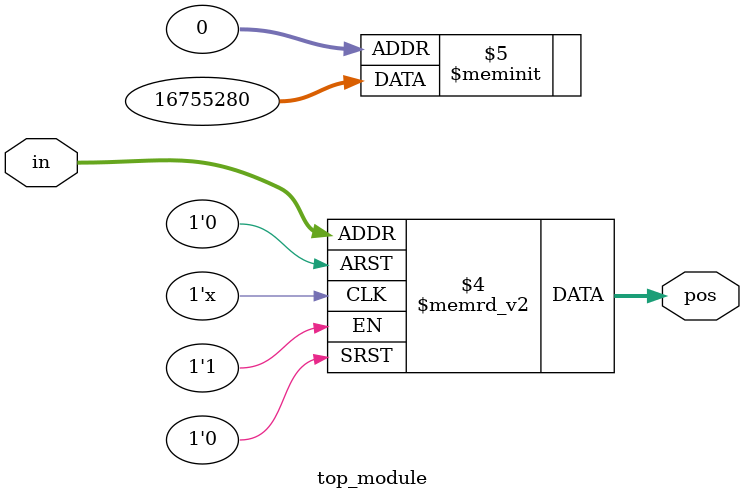
<source format=sv>
module top_module (
    input [3:0] in,
    output reg [1:0] pos
);

always @* begin
    case(in)
        4'b0000: pos = 2'b00;
        4'b0001: pos = 2'b00;
        4'b0010: pos = 2'b01;
        4'b0011: pos = 2'b01;
        4'b0100: pos = 2'b10;
        4'b0101: pos = 2'b10;
        4'b0110: pos = 2'b10;
        4'b0111: pos = 2'b10;
        4'b1000: pos = 2'b11;
        4'b1001: pos = 2'b11;
        4'b1010: pos = 2'b11;
        4'b1011: pos = 2'b11;
        4'b1100: pos = 2'b00;
        4'b1101: pos = 2'b00;
        4'b1110: pos = 2'b00;
        4'b1111: pos = 2'b00;
    endcase
end

endmodule

</source>
